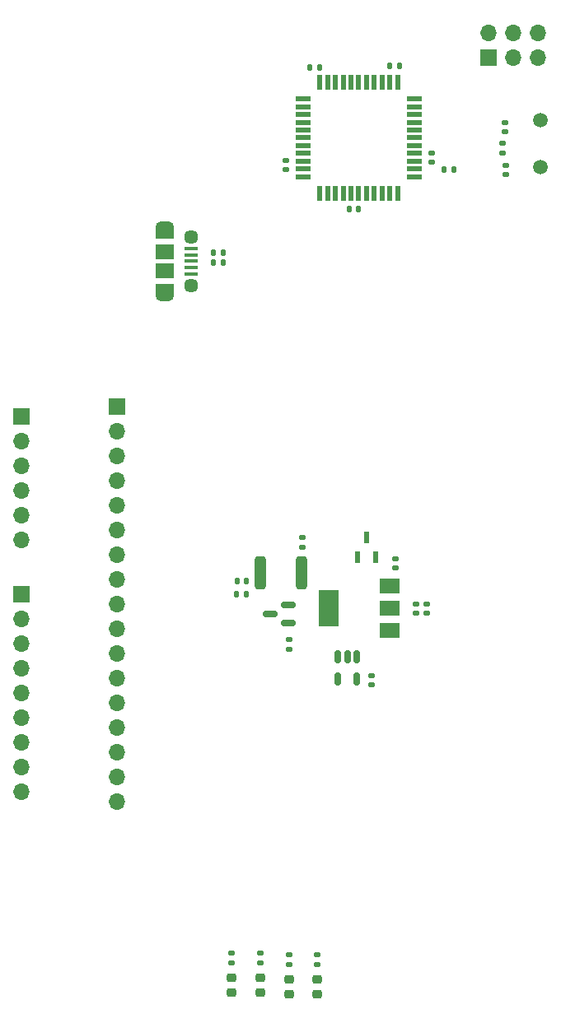
<source format=gbr>
%TF.GenerationSoftware,KiCad,Pcbnew,7.0.8*%
%TF.CreationDate,2023-11-08T08:48:13-05:00*%
%TF.ProjectId,Sleepduino,536c6565-7064-4756-996e-6f2e6b696361,rev?*%
%TF.SameCoordinates,Original*%
%TF.FileFunction,Soldermask,Top*%
%TF.FilePolarity,Negative*%
%FSLAX46Y46*%
G04 Gerber Fmt 4.6, Leading zero omitted, Abs format (unit mm)*
G04 Created by KiCad (PCBNEW 7.0.8) date 2023-11-08 08:48:13*
%MOMM*%
%LPD*%
G01*
G04 APERTURE LIST*
G04 Aperture macros list*
%AMRoundRect*
0 Rectangle with rounded corners*
0 $1 Rounding radius*
0 $2 $3 $4 $5 $6 $7 $8 $9 X,Y pos of 4 corners*
0 Add a 4 corners polygon primitive as box body*
4,1,4,$2,$3,$4,$5,$6,$7,$8,$9,$2,$3,0*
0 Add four circle primitives for the rounded corners*
1,1,$1+$1,$2,$3*
1,1,$1+$1,$4,$5*
1,1,$1+$1,$6,$7*
1,1,$1+$1,$8,$9*
0 Add four rect primitives between the rounded corners*
20,1,$1+$1,$2,$3,$4,$5,0*
20,1,$1+$1,$4,$5,$6,$7,0*
20,1,$1+$1,$6,$7,$8,$9,0*
20,1,$1+$1,$8,$9,$2,$3,0*%
G04 Aperture macros list end*
%ADD10R,1.700000X1.700000*%
%ADD11O,1.700000X1.700000*%
%ADD12RoundRect,0.135000X0.135000X0.185000X-0.135000X0.185000X-0.135000X-0.185000X0.135000X-0.185000X0*%
%ADD13RoundRect,0.140000X-0.140000X-0.170000X0.140000X-0.170000X0.140000X0.170000X-0.140000X0.170000X0*%
%ADD14RoundRect,0.140000X0.170000X-0.140000X0.170000X0.140000X-0.170000X0.140000X-0.170000X-0.140000X0*%
%ADD15RoundRect,0.135000X-0.135000X-0.185000X0.135000X-0.185000X0.135000X0.185000X-0.135000X0.185000X0*%
%ADD16RoundRect,0.135000X-0.185000X0.135000X-0.185000X-0.135000X0.185000X-0.135000X0.185000X0.135000X0*%
%ADD17RoundRect,0.218750X0.256250X-0.218750X0.256250X0.218750X-0.256250X0.218750X-0.256250X-0.218750X0*%
%ADD18R,2.000000X1.500000*%
%ADD19R,2.000000X3.800000*%
%ADD20RoundRect,0.140000X0.140000X0.170000X-0.140000X0.170000X-0.140000X-0.170000X0.140000X-0.170000X0*%
%ADD21R,0.533400X1.168400*%
%ADD22RoundRect,0.150000X0.587500X0.150000X-0.587500X0.150000X-0.587500X-0.150000X0.587500X-0.150000X0*%
%ADD23RoundRect,0.140000X-0.170000X0.140000X-0.170000X-0.140000X0.170000X-0.140000X0.170000X0.140000X0*%
%ADD24R,0.550000X1.500000*%
%ADD25R,1.500000X0.550000*%
%ADD26RoundRect,0.135000X0.185000X-0.135000X0.185000X0.135000X-0.185000X0.135000X-0.185000X-0.135000X0*%
%ADD27R,1.350000X0.400000*%
%ADD28O,1.900000X1.200000*%
%ADD29R,1.900000X1.200000*%
%ADD30C,1.450000*%
%ADD31R,1.900000X1.500000*%
%ADD32RoundRect,0.150000X-0.150000X0.512500X-0.150000X-0.512500X0.150000X-0.512500X0.150000X0.512500X0*%
%ADD33C,1.500000*%
%ADD34RoundRect,0.250000X-0.312500X-1.450000X0.312500X-1.450000X0.312500X1.450000X-0.312500X1.450000X0*%
G04 APERTURE END LIST*
D10*
%TO.C,J3*%
X153797000Y-99060000D03*
D11*
X153797000Y-101600000D03*
X153797000Y-104140000D03*
X153797000Y-106680000D03*
X153797000Y-109220000D03*
X153797000Y-111760000D03*
X153797000Y-114300000D03*
X153797000Y-116840000D03*
X153797000Y-119380000D03*
%TD*%
D10*
%TO.C,J5*%
X153797000Y-80772000D03*
D11*
X153797000Y-83312000D03*
X153797000Y-85852000D03*
X153797000Y-88392000D03*
X153797000Y-90932000D03*
X153797000Y-93472000D03*
%TD*%
D10*
%TO.C,J4*%
X163576000Y-79756000D03*
D11*
X163576000Y-82296000D03*
X163576000Y-84836000D03*
X163576000Y-87376000D03*
X163576000Y-89916000D03*
X163576000Y-92456000D03*
X163576000Y-94996000D03*
X163576000Y-97536000D03*
X163576000Y-100076000D03*
X163576000Y-102616000D03*
X163576000Y-105156000D03*
X163576000Y-107696000D03*
X163576000Y-110236000D03*
X163576000Y-112776000D03*
X163576000Y-115316000D03*
X163576000Y-117856000D03*
X163576000Y-120396000D03*
%TD*%
D12*
%TO.C,R11*%
X184404000Y-44831000D03*
X183384000Y-44831000D03*
%TD*%
%TO.C,R10*%
X197231000Y-55372000D03*
X198251000Y-55372000D03*
%TD*%
D13*
%TO.C,C12*%
X191643000Y-44704000D03*
X192603000Y-44704000D03*
%TD*%
D14*
%TO.C,C11*%
X195961000Y-53650000D03*
X195961000Y-54610000D03*
%TD*%
%TO.C,C10*%
X180975000Y-55344000D03*
X180975000Y-54384000D03*
%TD*%
D13*
%TO.C,C9*%
X187480000Y-59436000D03*
X188440000Y-59436000D03*
%TD*%
D15*
%TO.C,R6*%
X174494000Y-63923000D03*
X173474000Y-63923000D03*
%TD*%
D16*
%TO.C,R9*%
X175394800Y-135931400D03*
X175394800Y-136951400D03*
%TD*%
%TO.C,R1*%
X181253000Y-103692000D03*
X181253000Y-104712000D03*
%TD*%
D17*
%TO.C,LED_BUILTIN1*%
X178323700Y-140046400D03*
X178323700Y-138471400D03*
%TD*%
D16*
%TO.C,R7*%
X184150000Y-136144000D03*
X184150000Y-137164000D03*
%TD*%
%TO.C,R8*%
X178323700Y-136951400D03*
X178323700Y-135931400D03*
%TD*%
D14*
%TO.C,C1*%
X192253000Y-96337000D03*
X192253000Y-95377000D03*
%TD*%
D18*
%TO.C,U3*%
X191618000Y-102757000D03*
X191618000Y-100457000D03*
D19*
X185318000Y-100457000D03*
D18*
X191618000Y-98157000D03*
%TD*%
D14*
%TO.C,C3*%
X203581000Y-55852000D03*
X203581000Y-54892000D03*
%TD*%
D20*
%TO.C,C7*%
X176903000Y-97689500D03*
X175943000Y-97689500D03*
%TD*%
D14*
%TO.C,C8*%
X182633000Y-93222000D03*
X182633000Y-94182000D03*
%TD*%
D21*
%TO.C,U2*%
X188302999Y-95248000D03*
X190203001Y-95248000D03*
X189253000Y-93216000D03*
%TD*%
D17*
%TO.C,TX1*%
X184150000Y-140208000D03*
X184150000Y-138633000D03*
%TD*%
D22*
%TO.C,Q1*%
X181220500Y-102022000D03*
X181220500Y-100122000D03*
X179345500Y-101072000D03*
%TD*%
D23*
%TO.C,C4*%
X203454000Y-50503000D03*
X203454000Y-51463000D03*
%TD*%
D17*
%TO.C,ON1*%
X175394800Y-140046400D03*
X175394800Y-138471400D03*
%TD*%
D16*
%TO.C,R5*%
X181329300Y-136093000D03*
X181329300Y-137113000D03*
%TD*%
D10*
%TO.C,J1*%
X201803000Y-43815000D03*
D11*
X201803000Y-41275000D03*
X204343000Y-43815000D03*
X204343000Y-41275000D03*
X206883000Y-43815000D03*
X206883000Y-41275000D03*
%TD*%
D12*
%TO.C,R3*%
X176903000Y-99009500D03*
X175883000Y-99009500D03*
%TD*%
D15*
%TO.C,R4*%
X174498000Y-64939000D03*
X173478000Y-64939000D03*
%TD*%
D24*
%TO.C,U1*%
X184443000Y-57785000D03*
X185243000Y-57785000D03*
X186043000Y-57785000D03*
X186843000Y-57785000D03*
X187643000Y-57785000D03*
X188443000Y-57785000D03*
X189243000Y-57785000D03*
X190043000Y-57785000D03*
X190843000Y-57785000D03*
X191643000Y-57785000D03*
X192443000Y-57785000D03*
D25*
X194143000Y-56085000D03*
X194143000Y-55285000D03*
X194143000Y-54485000D03*
X194143000Y-53685000D03*
X194143000Y-52885000D03*
X194143000Y-52085000D03*
X194143000Y-51285000D03*
X194143000Y-50485000D03*
X194143000Y-49685000D03*
X194143000Y-48885000D03*
X194143000Y-48085000D03*
D24*
X192443000Y-46385000D03*
X191643000Y-46385000D03*
X190843000Y-46385000D03*
X190043000Y-46385000D03*
X189243000Y-46385000D03*
X188443000Y-46385000D03*
X187643000Y-46385000D03*
X186843000Y-46385000D03*
X186043000Y-46385000D03*
X185243000Y-46385000D03*
X184443000Y-46385000D03*
D25*
X182743000Y-48085000D03*
X182743000Y-48885000D03*
X182743000Y-49685000D03*
X182743000Y-50485000D03*
X182743000Y-51285000D03*
X182743000Y-52085000D03*
X182743000Y-52885000D03*
X182743000Y-53685000D03*
X182743000Y-54485000D03*
X182743000Y-55285000D03*
X182743000Y-56085000D03*
%TD*%
D26*
%TO.C,R2*%
X203200000Y-53686000D03*
X203200000Y-52666000D03*
%TD*%
D27*
%TO.C,J2*%
X171229000Y-63491000D03*
X171229000Y-64141000D03*
X171229000Y-64791000D03*
X171229000Y-65441000D03*
X171229000Y-66091000D03*
D28*
X168529000Y-61291000D03*
D29*
X168529000Y-61891000D03*
D30*
X171229000Y-62291000D03*
D31*
X168529000Y-63791000D03*
X168529000Y-65791000D03*
D30*
X171229000Y-67291000D03*
D29*
X168529000Y-67691000D03*
D28*
X168529000Y-68291000D03*
%TD*%
D23*
%TO.C,C6*%
X189763000Y-108362000D03*
X189763000Y-107402000D03*
%TD*%
%TO.C,C5*%
X195428000Y-100037000D03*
X195428000Y-100997000D03*
%TD*%
D32*
%TO.C,U4*%
X188223000Y-105464500D03*
X187273000Y-105464500D03*
X186323000Y-105464500D03*
X186323000Y-107739500D03*
X188223000Y-107739500D03*
%TD*%
D17*
%TO.C,RX1*%
X181329300Y-140208000D03*
X181329300Y-138633000D03*
%TD*%
D33*
%TO.C,Y2*%
X207137000Y-55118000D03*
X207137000Y-50238000D03*
%TD*%
D23*
%TO.C,C2*%
X194318000Y-100037000D03*
X194318000Y-100997000D03*
%TD*%
D34*
%TO.C,F1*%
X178315500Y-96842000D03*
X182590500Y-96842000D03*
%TD*%
M02*

</source>
